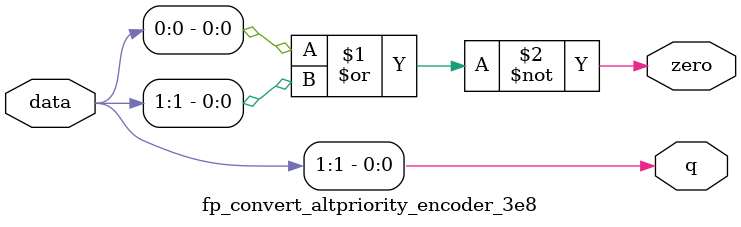
<source format=v>
module  fp_convert_altpriority_encoder_3e8
	( 
	data,
	q,
	zero) ;
	input   [1:0]  data;
	output   [0:0]  q;
	output   zero;
	assign
		q = {data[1]},
		zero = (~ (data[0] | data[1]));
endmodule
</source>
